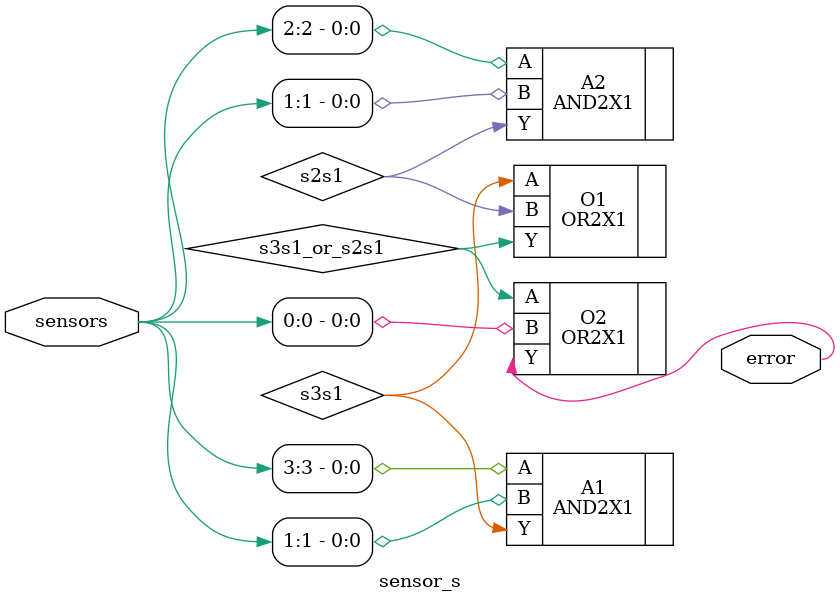
<source format=sv>
module sensor_s
(
    input wire [3:0] sensors,
    output wire error
);

    wire s3s1;
    wire s2s1;

    AND2X1 A1 (.Y(s3s1), .A(sensors[3]), .B(sensors[1]));
    AND2X1 A2 (.Y(s2s1), .A(sensors[2]), .B(sensors[1]));

    wire s3s1_or_s2s1;
    OR2X1 O1 (.Y(s3s1_or_s2s1), .A(s3s1), .B(s2s1));

    OR2X1 O2 (.Y(error), .A(s3s1_or_s2s1), .B(sensors[0]));

endmodule
</source>
